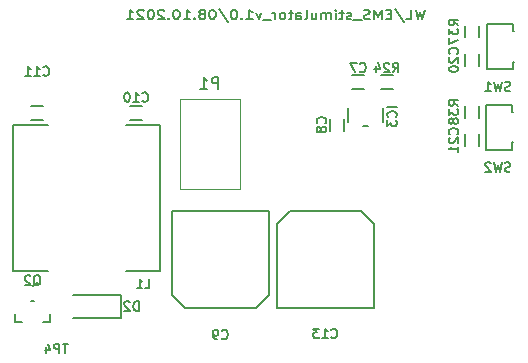
<source format=gbo>
G04 #@! TF.GenerationSoftware,KiCad,Pcbnew,(5.1.8)-1*
G04 #@! TF.CreationDate,2021-10-08T14:04:12+02:00*
G04 #@! TF.ProjectId,EMS_stimulator,454d535f-7374-4696-9d75-6c61746f722e,rev?*
G04 #@! TF.SameCoordinates,PX57bcf00PY4755b80*
G04 #@! TF.FileFunction,Legend,Bot*
G04 #@! TF.FilePolarity,Positive*
%FSLAX46Y46*%
G04 Gerber Fmt 4.6, Leading zero omitted, Abs format (unit mm)*
G04 Created by KiCad (PCBNEW (5.1.8)-1) date 2021-10-08 14:04:12*
%MOMM*%
%LPD*%
G01*
G04 APERTURE LIST*
%ADD10C,0.152400*%
%ADD11C,0.120000*%
%ADD12C,0.150000*%
G04 APERTURE END LIST*
D10*
X35027428Y-654895D02*
X34809714Y-1467695D01*
X34635542Y-887123D01*
X34461371Y-1467695D01*
X34243657Y-654895D01*
X33459885Y-1467695D02*
X33895314Y-1467695D01*
X33895314Y-654895D01*
X32501942Y-616190D02*
X33285714Y-1661219D01*
X32197142Y-1041942D02*
X31892342Y-1041942D01*
X31761714Y-1467695D02*
X32197142Y-1467695D01*
X32197142Y-654895D01*
X31761714Y-654895D01*
X31369828Y-1467695D02*
X31369828Y-654895D01*
X31065028Y-1235466D01*
X30760228Y-654895D01*
X30760228Y-1467695D01*
X30368342Y-1428990D02*
X30237714Y-1467695D01*
X30020000Y-1467695D01*
X29932914Y-1428990D01*
X29889371Y-1390285D01*
X29845828Y-1312876D01*
X29845828Y-1235466D01*
X29889371Y-1158057D01*
X29932914Y-1119352D01*
X30020000Y-1080647D01*
X30194171Y-1041942D01*
X30281257Y-1003238D01*
X30324800Y-964533D01*
X30368342Y-887123D01*
X30368342Y-809714D01*
X30324800Y-732304D01*
X30281257Y-693600D01*
X30194171Y-654895D01*
X29976457Y-654895D01*
X29845828Y-693600D01*
X29671657Y-1545104D02*
X28974971Y-1545104D01*
X28800800Y-1428990D02*
X28713714Y-1467695D01*
X28539542Y-1467695D01*
X28452457Y-1428990D01*
X28408914Y-1351580D01*
X28408914Y-1312876D01*
X28452457Y-1235466D01*
X28539542Y-1196761D01*
X28670171Y-1196761D01*
X28757257Y-1158057D01*
X28800800Y-1080647D01*
X28800800Y-1041942D01*
X28757257Y-964533D01*
X28670171Y-925828D01*
X28539542Y-925828D01*
X28452457Y-964533D01*
X28147657Y-925828D02*
X27799314Y-925828D01*
X28017028Y-654895D02*
X28017028Y-1351580D01*
X27973485Y-1428990D01*
X27886400Y-1467695D01*
X27799314Y-1467695D01*
X27494514Y-1467695D02*
X27494514Y-925828D01*
X27494514Y-654895D02*
X27538057Y-693600D01*
X27494514Y-732304D01*
X27450971Y-693600D01*
X27494514Y-654895D01*
X27494514Y-732304D01*
X27059085Y-1467695D02*
X27059085Y-925828D01*
X27059085Y-1003238D02*
X27015542Y-964533D01*
X26928457Y-925828D01*
X26797828Y-925828D01*
X26710742Y-964533D01*
X26667200Y-1041942D01*
X26667200Y-1467695D01*
X26667200Y-1041942D02*
X26623657Y-964533D01*
X26536571Y-925828D01*
X26405942Y-925828D01*
X26318857Y-964533D01*
X26275314Y-1041942D01*
X26275314Y-1467695D01*
X25448000Y-925828D02*
X25448000Y-1467695D01*
X25839885Y-925828D02*
X25839885Y-1351580D01*
X25796342Y-1428990D01*
X25709257Y-1467695D01*
X25578628Y-1467695D01*
X25491542Y-1428990D01*
X25448000Y-1390285D01*
X24881942Y-1467695D02*
X24969028Y-1428990D01*
X25012571Y-1351580D01*
X25012571Y-654895D01*
X24141714Y-1467695D02*
X24141714Y-1041942D01*
X24185257Y-964533D01*
X24272342Y-925828D01*
X24446514Y-925828D01*
X24533600Y-964533D01*
X24141714Y-1428990D02*
X24228800Y-1467695D01*
X24446514Y-1467695D01*
X24533600Y-1428990D01*
X24577142Y-1351580D01*
X24577142Y-1274171D01*
X24533600Y-1196761D01*
X24446514Y-1158057D01*
X24228800Y-1158057D01*
X24141714Y-1119352D01*
X23836914Y-925828D02*
X23488571Y-925828D01*
X23706285Y-654895D02*
X23706285Y-1351580D01*
X23662742Y-1428990D01*
X23575657Y-1467695D01*
X23488571Y-1467695D01*
X23053142Y-1467695D02*
X23140228Y-1428990D01*
X23183771Y-1390285D01*
X23227314Y-1312876D01*
X23227314Y-1080647D01*
X23183771Y-1003238D01*
X23140228Y-964533D01*
X23053142Y-925828D01*
X22922514Y-925828D01*
X22835428Y-964533D01*
X22791885Y-1003238D01*
X22748342Y-1080647D01*
X22748342Y-1312876D01*
X22791885Y-1390285D01*
X22835428Y-1428990D01*
X22922514Y-1467695D01*
X23053142Y-1467695D01*
X22356457Y-1467695D02*
X22356457Y-925828D01*
X22356457Y-1080647D02*
X22312914Y-1003238D01*
X22269371Y-964533D01*
X22182285Y-925828D01*
X22095200Y-925828D01*
X22008114Y-1545104D02*
X21311428Y-1545104D01*
X21180800Y-925828D02*
X20963085Y-1467695D01*
X20745371Y-925828D01*
X19918057Y-1467695D02*
X20440571Y-1467695D01*
X20179314Y-1467695D02*
X20179314Y-654895D01*
X20266400Y-771009D01*
X20353485Y-848419D01*
X20440571Y-887123D01*
X19526171Y-1390285D02*
X19482628Y-1428990D01*
X19526171Y-1467695D01*
X19569714Y-1428990D01*
X19526171Y-1390285D01*
X19526171Y-1467695D01*
X18916571Y-654895D02*
X18829485Y-654895D01*
X18742400Y-693600D01*
X18698857Y-732304D01*
X18655314Y-809714D01*
X18611771Y-964533D01*
X18611771Y-1158057D01*
X18655314Y-1312876D01*
X18698857Y-1390285D01*
X18742400Y-1428990D01*
X18829485Y-1467695D01*
X18916571Y-1467695D01*
X19003657Y-1428990D01*
X19047200Y-1390285D01*
X19090742Y-1312876D01*
X19134285Y-1158057D01*
X19134285Y-964533D01*
X19090742Y-809714D01*
X19047200Y-732304D01*
X19003657Y-693600D01*
X18916571Y-654895D01*
X17566742Y-616190D02*
X18350514Y-1661219D01*
X17087771Y-654895D02*
X17000685Y-654895D01*
X16913600Y-693600D01*
X16870057Y-732304D01*
X16826514Y-809714D01*
X16782971Y-964533D01*
X16782971Y-1158057D01*
X16826514Y-1312876D01*
X16870057Y-1390285D01*
X16913600Y-1428990D01*
X17000685Y-1467695D01*
X17087771Y-1467695D01*
X17174857Y-1428990D01*
X17218400Y-1390285D01*
X17261942Y-1312876D01*
X17305485Y-1158057D01*
X17305485Y-964533D01*
X17261942Y-809714D01*
X17218400Y-732304D01*
X17174857Y-693600D01*
X17087771Y-654895D01*
X16260457Y-1003238D02*
X16347542Y-964533D01*
X16391085Y-925828D01*
X16434628Y-848419D01*
X16434628Y-809714D01*
X16391085Y-732304D01*
X16347542Y-693600D01*
X16260457Y-654895D01*
X16086285Y-654895D01*
X15999200Y-693600D01*
X15955657Y-732304D01*
X15912114Y-809714D01*
X15912114Y-848419D01*
X15955657Y-925828D01*
X15999200Y-964533D01*
X16086285Y-1003238D01*
X16260457Y-1003238D01*
X16347542Y-1041942D01*
X16391085Y-1080647D01*
X16434628Y-1158057D01*
X16434628Y-1312876D01*
X16391085Y-1390285D01*
X16347542Y-1428990D01*
X16260457Y-1467695D01*
X16086285Y-1467695D01*
X15999200Y-1428990D01*
X15955657Y-1390285D01*
X15912114Y-1312876D01*
X15912114Y-1158057D01*
X15955657Y-1080647D01*
X15999200Y-1041942D01*
X16086285Y-1003238D01*
X15520228Y-1390285D02*
X15476685Y-1428990D01*
X15520228Y-1467695D01*
X15563771Y-1428990D01*
X15520228Y-1390285D01*
X15520228Y-1467695D01*
X14605828Y-1467695D02*
X15128342Y-1467695D01*
X14867085Y-1467695D02*
X14867085Y-654895D01*
X14954171Y-771009D01*
X15041257Y-848419D01*
X15128342Y-887123D01*
X14039771Y-654895D02*
X13952685Y-654895D01*
X13865600Y-693600D01*
X13822057Y-732304D01*
X13778514Y-809714D01*
X13734971Y-964533D01*
X13734971Y-1158057D01*
X13778514Y-1312876D01*
X13822057Y-1390285D01*
X13865600Y-1428990D01*
X13952685Y-1467695D01*
X14039771Y-1467695D01*
X14126857Y-1428990D01*
X14170400Y-1390285D01*
X14213942Y-1312876D01*
X14257485Y-1158057D01*
X14257485Y-964533D01*
X14213942Y-809714D01*
X14170400Y-732304D01*
X14126857Y-693600D01*
X14039771Y-654895D01*
X13343085Y-1390285D02*
X13299542Y-1428990D01*
X13343085Y-1467695D01*
X13386628Y-1428990D01*
X13343085Y-1390285D01*
X13343085Y-1467695D01*
X12951200Y-732304D02*
X12907657Y-693600D01*
X12820571Y-654895D01*
X12602857Y-654895D01*
X12515771Y-693600D01*
X12472228Y-732304D01*
X12428685Y-809714D01*
X12428685Y-887123D01*
X12472228Y-1003238D01*
X12994742Y-1467695D01*
X12428685Y-1467695D01*
X11862628Y-654895D02*
X11775542Y-654895D01*
X11688457Y-693600D01*
X11644914Y-732304D01*
X11601371Y-809714D01*
X11557828Y-964533D01*
X11557828Y-1158057D01*
X11601371Y-1312876D01*
X11644914Y-1390285D01*
X11688457Y-1428990D01*
X11775542Y-1467695D01*
X11862628Y-1467695D01*
X11949714Y-1428990D01*
X11993257Y-1390285D01*
X12036800Y-1312876D01*
X12080342Y-1158057D01*
X12080342Y-964533D01*
X12036800Y-809714D01*
X11993257Y-732304D01*
X11949714Y-693600D01*
X11862628Y-654895D01*
X11209485Y-732304D02*
X11165942Y-693600D01*
X11078857Y-654895D01*
X10861142Y-654895D01*
X10774057Y-693600D01*
X10730514Y-732304D01*
X10686971Y-809714D01*
X10686971Y-887123D01*
X10730514Y-1003238D01*
X11253028Y-1467695D01*
X10686971Y-1467695D01*
X9816114Y-1467695D02*
X10338628Y-1467695D01*
X10077371Y-1467695D02*
X10077371Y-654895D01*
X10164457Y-771009D01*
X10251542Y-848419D01*
X10338628Y-887123D01*
X28900000Y-6200000D02*
X29900000Y-6200000D01*
X28900000Y-7400000D02*
X29900000Y-7400000D01*
X28200000Y-10900000D02*
X28200000Y-9900000D01*
X27000000Y-10900000D02*
X27000000Y-9900000D01*
X13600000Y-24800000D02*
X14700000Y-25900000D01*
X14700000Y-25900000D02*
X20700000Y-25900000D01*
X20700000Y-25900000D02*
X21800000Y-24800000D01*
X21800000Y-24800000D02*
X21800000Y-17700000D01*
X21800000Y-17700000D02*
X13600000Y-17700000D01*
X13600000Y-17700000D02*
X13600000Y-24800000D01*
X10100000Y-8800000D02*
X11100000Y-8800000D01*
X10100000Y-10000000D02*
X11100000Y-10000000D01*
X2700000Y-8800000D02*
X1700000Y-8800000D01*
X2700000Y-10000000D02*
X1700000Y-10000000D01*
X30700000Y-25900000D02*
X30700000Y-18800000D01*
X22500000Y-25900000D02*
X30700000Y-25900000D01*
X22500000Y-18800000D02*
X22500000Y-25900000D01*
X23600000Y-17700000D02*
X22500000Y-18800000D01*
X29600000Y-17700000D02*
X23600000Y-17700000D01*
X30700000Y-18800000D02*
X29600000Y-17700000D01*
X9300000Y-26800000D02*
X5200000Y-26800000D01*
X9300000Y-24800000D02*
X9300000Y-26800000D01*
X5200000Y-24800000D02*
X9300000Y-24800000D01*
X29800000Y-10500000D02*
X30200000Y-10500000D01*
X28500000Y-10200000D02*
X28500000Y-9000000D01*
X31500000Y-10200000D02*
X31500000Y-9000000D01*
X200000Y-22780000D02*
X3100000Y-22780000D01*
X200000Y-10380000D02*
X200000Y-22780000D01*
X3100000Y-10380000D02*
X200000Y-10380000D01*
X12600000Y-10380000D02*
X9700000Y-10380000D01*
X12600000Y-22780000D02*
X12600000Y-10380000D01*
X9700000Y-22780000D02*
X12600000Y-22780000D01*
D11*
X19340000Y-8190000D02*
X19340000Y-15810000D01*
X19340000Y-15810000D02*
X14260000Y-15810000D01*
X14260000Y-15810000D02*
X14260000Y-8190000D01*
X14260000Y-8190000D02*
X19340000Y-8190000D01*
D10*
X2700000Y-27100000D02*
X3300000Y-27100000D01*
X3300000Y-27100000D02*
X3300000Y-26400000D01*
X900000Y-27100000D02*
X300000Y-27100000D01*
X300000Y-27100000D02*
X300000Y-26400000D01*
X1700000Y-25300000D02*
X1900000Y-25300000D01*
X31300000Y-7400000D02*
X32300000Y-7400000D01*
X31300000Y-6200000D02*
X32300000Y-6200000D01*
X39600000Y-5400000D02*
X39600000Y-4400000D01*
X38400000Y-5400000D02*
X38400000Y-4400000D01*
X38400000Y-12200000D02*
X38400000Y-11200000D01*
X39600000Y-12200000D02*
X39600000Y-11200000D01*
X39600000Y-3000000D02*
X39600000Y-2000000D01*
X38400000Y-3000000D02*
X38400000Y-2000000D01*
X38400000Y-9800000D02*
X38400000Y-8800000D01*
X39600000Y-9800000D02*
X39600000Y-8800000D01*
X40300000Y-5700000D02*
X40300000Y-1900000D01*
X42500000Y-5700000D02*
X40300000Y-5700000D01*
X42500000Y-5100000D02*
X42500000Y-5700000D01*
X42600000Y-5100000D02*
X42500000Y-5100000D01*
X42500000Y-2500000D02*
X42600000Y-2500000D01*
X42500000Y-1900000D02*
X42500000Y-2500000D01*
X40300000Y-1900000D02*
X42500000Y-1900000D01*
X40200000Y-8700000D02*
X42400000Y-8700000D01*
X42400000Y-8700000D02*
X42400000Y-9300000D01*
X42400000Y-9300000D02*
X42500000Y-9300000D01*
X42500000Y-11900000D02*
X42400000Y-11900000D01*
X42400000Y-11900000D02*
X42400000Y-12500000D01*
X42400000Y-12500000D02*
X40200000Y-12500000D01*
X40200000Y-12500000D02*
X40200000Y-8700000D01*
X29533333Y-5885714D02*
X29571428Y-5923809D01*
X29685714Y-5961904D01*
X29761904Y-5961904D01*
X29876190Y-5923809D01*
X29952380Y-5847619D01*
X29990476Y-5771428D01*
X30028571Y-5619047D01*
X30028571Y-5504761D01*
X29990476Y-5352380D01*
X29952380Y-5276190D01*
X29876190Y-5200000D01*
X29761904Y-5161904D01*
X29685714Y-5161904D01*
X29571428Y-5200000D01*
X29533333Y-5238095D01*
X29266666Y-5161904D02*
X28733333Y-5161904D01*
X29076190Y-5961904D01*
X26585714Y-10266666D02*
X26623809Y-10228571D01*
X26661904Y-10114285D01*
X26661904Y-10038095D01*
X26623809Y-9923809D01*
X26547619Y-9847619D01*
X26471428Y-9809523D01*
X26319047Y-9771428D01*
X26204761Y-9771428D01*
X26052380Y-9809523D01*
X25976190Y-9847619D01*
X25900000Y-9923809D01*
X25861904Y-10038095D01*
X25861904Y-10114285D01*
X25900000Y-10228571D01*
X25938095Y-10266666D01*
X26204761Y-10723809D02*
X26166666Y-10647619D01*
X26128571Y-10609523D01*
X26052380Y-10571428D01*
X26014285Y-10571428D01*
X25938095Y-10609523D01*
X25900000Y-10647619D01*
X25861904Y-10723809D01*
X25861904Y-10876190D01*
X25900000Y-10952380D01*
X25938095Y-10990476D01*
X26014285Y-11028571D01*
X26052380Y-11028571D01*
X26128571Y-10990476D01*
X26166666Y-10952380D01*
X26204761Y-10876190D01*
X26204761Y-10723809D01*
X26242857Y-10647619D01*
X26280952Y-10609523D01*
X26357142Y-10571428D01*
X26509523Y-10571428D01*
X26585714Y-10609523D01*
X26623809Y-10647619D01*
X26661904Y-10723809D01*
X26661904Y-10876190D01*
X26623809Y-10952380D01*
X26585714Y-10990476D01*
X26509523Y-11028571D01*
X26357142Y-11028571D01*
X26280952Y-10990476D01*
X26242857Y-10952380D01*
X26204761Y-10876190D01*
X17833333Y-28485714D02*
X17871428Y-28523809D01*
X17985714Y-28561904D01*
X18061904Y-28561904D01*
X18176190Y-28523809D01*
X18252380Y-28447619D01*
X18290476Y-28371428D01*
X18328571Y-28219047D01*
X18328571Y-28104761D01*
X18290476Y-27952380D01*
X18252380Y-27876190D01*
X18176190Y-27800000D01*
X18061904Y-27761904D01*
X17985714Y-27761904D01*
X17871428Y-27800000D01*
X17833333Y-27838095D01*
X17452380Y-28561904D02*
X17300000Y-28561904D01*
X17223809Y-28523809D01*
X17185714Y-28485714D01*
X17109523Y-28371428D01*
X17071428Y-28219047D01*
X17071428Y-27914285D01*
X17109523Y-27838095D01*
X17147619Y-27800000D01*
X17223809Y-27761904D01*
X17376190Y-27761904D01*
X17452380Y-27800000D01*
X17490476Y-27838095D01*
X17528571Y-27914285D01*
X17528571Y-28104761D01*
X17490476Y-28180952D01*
X17452380Y-28219047D01*
X17376190Y-28257142D01*
X17223809Y-28257142D01*
X17147619Y-28219047D01*
X17109523Y-28180952D01*
X17071428Y-28104761D01*
X11114285Y-8385714D02*
X11152380Y-8423809D01*
X11266666Y-8461904D01*
X11342857Y-8461904D01*
X11457142Y-8423809D01*
X11533333Y-8347619D01*
X11571428Y-8271428D01*
X11609523Y-8119047D01*
X11609523Y-8004761D01*
X11571428Y-7852380D01*
X11533333Y-7776190D01*
X11457142Y-7700000D01*
X11342857Y-7661904D01*
X11266666Y-7661904D01*
X11152380Y-7700000D01*
X11114285Y-7738095D01*
X10352380Y-8461904D02*
X10809523Y-8461904D01*
X10580952Y-8461904D02*
X10580952Y-7661904D01*
X10657142Y-7776190D01*
X10733333Y-7852380D01*
X10809523Y-7890476D01*
X9857142Y-7661904D02*
X9780952Y-7661904D01*
X9704761Y-7700000D01*
X9666666Y-7738095D01*
X9628571Y-7814285D01*
X9590476Y-7966666D01*
X9590476Y-8157142D01*
X9628571Y-8309523D01*
X9666666Y-8385714D01*
X9704761Y-8423809D01*
X9780952Y-8461904D01*
X9857142Y-8461904D01*
X9933333Y-8423809D01*
X9971428Y-8385714D01*
X10009523Y-8309523D01*
X10047619Y-8157142D01*
X10047619Y-7966666D01*
X10009523Y-7814285D01*
X9971428Y-7738095D01*
X9933333Y-7700000D01*
X9857142Y-7661904D01*
X2714285Y-6185714D02*
X2752380Y-6223809D01*
X2866666Y-6261904D01*
X2942857Y-6261904D01*
X3057142Y-6223809D01*
X3133333Y-6147619D01*
X3171428Y-6071428D01*
X3209523Y-5919047D01*
X3209523Y-5804761D01*
X3171428Y-5652380D01*
X3133333Y-5576190D01*
X3057142Y-5500000D01*
X2942857Y-5461904D01*
X2866666Y-5461904D01*
X2752380Y-5500000D01*
X2714285Y-5538095D01*
X1952380Y-6261904D02*
X2409523Y-6261904D01*
X2180952Y-6261904D02*
X2180952Y-5461904D01*
X2257142Y-5576190D01*
X2333333Y-5652380D01*
X2409523Y-5690476D01*
X1190476Y-6261904D02*
X1647619Y-6261904D01*
X1419047Y-6261904D02*
X1419047Y-5461904D01*
X1495238Y-5576190D01*
X1571428Y-5652380D01*
X1647619Y-5690476D01*
X27114285Y-28385714D02*
X27152380Y-28423809D01*
X27266666Y-28461904D01*
X27342857Y-28461904D01*
X27457142Y-28423809D01*
X27533333Y-28347619D01*
X27571428Y-28271428D01*
X27609523Y-28119047D01*
X27609523Y-28004761D01*
X27571428Y-27852380D01*
X27533333Y-27776190D01*
X27457142Y-27700000D01*
X27342857Y-27661904D01*
X27266666Y-27661904D01*
X27152380Y-27700000D01*
X27114285Y-27738095D01*
X26352380Y-28461904D02*
X26809523Y-28461904D01*
X26580952Y-28461904D02*
X26580952Y-27661904D01*
X26657142Y-27776190D01*
X26733333Y-27852380D01*
X26809523Y-27890476D01*
X26085714Y-27661904D02*
X25590476Y-27661904D01*
X25857142Y-27966666D01*
X25742857Y-27966666D01*
X25666666Y-28004761D01*
X25628571Y-28042857D01*
X25590476Y-28119047D01*
X25590476Y-28309523D01*
X25628571Y-28385714D01*
X25666666Y-28423809D01*
X25742857Y-28461904D01*
X25971428Y-28461904D01*
X26047619Y-28423809D01*
X26085714Y-28385714D01*
X10790476Y-26161904D02*
X10790476Y-25361904D01*
X10600000Y-25361904D01*
X10485714Y-25400000D01*
X10409523Y-25476190D01*
X10371428Y-25552380D01*
X10333333Y-25704761D01*
X10333333Y-25819047D01*
X10371428Y-25971428D01*
X10409523Y-26047619D01*
X10485714Y-26123809D01*
X10600000Y-26161904D01*
X10790476Y-26161904D01*
X10028571Y-25438095D02*
X9990476Y-25400000D01*
X9914285Y-25361904D01*
X9723809Y-25361904D01*
X9647619Y-25400000D01*
X9609523Y-25438095D01*
X9571428Y-25514285D01*
X9571428Y-25590476D01*
X9609523Y-25704761D01*
X10066666Y-26161904D01*
X9571428Y-26161904D01*
X32661904Y-8919047D02*
X31861904Y-8919047D01*
X32585714Y-9757142D02*
X32623809Y-9719047D01*
X32661904Y-9604761D01*
X32661904Y-9528571D01*
X32623809Y-9414285D01*
X32547619Y-9338095D01*
X32471428Y-9300000D01*
X32319047Y-9261904D01*
X32204761Y-9261904D01*
X32052380Y-9300000D01*
X31976190Y-9338095D01*
X31900000Y-9414285D01*
X31861904Y-9528571D01*
X31861904Y-9604761D01*
X31900000Y-9719047D01*
X31938095Y-9757142D01*
X31861904Y-10023809D02*
X31861904Y-10519047D01*
X32166666Y-10252380D01*
X32166666Y-10366666D01*
X32204761Y-10442857D01*
X32242857Y-10480952D01*
X32319047Y-10519047D01*
X32509523Y-10519047D01*
X32585714Y-10480952D01*
X32623809Y-10442857D01*
X32661904Y-10366666D01*
X32661904Y-10138095D01*
X32623809Y-10061904D01*
X32585714Y-10023809D01*
X11333333Y-24261904D02*
X11714285Y-24261904D01*
X11714285Y-23461904D01*
X10647619Y-24261904D02*
X11104761Y-24261904D01*
X10876190Y-24261904D02*
X10876190Y-23461904D01*
X10952380Y-23576190D01*
X11028571Y-23652380D01*
X11104761Y-23690476D01*
D12*
X17538095Y-7372380D02*
X17538095Y-6372380D01*
X17157142Y-6372380D01*
X17061904Y-6420000D01*
X17014285Y-6467619D01*
X16966666Y-6562857D01*
X16966666Y-6705714D01*
X17014285Y-6800952D01*
X17061904Y-6848571D01*
X17157142Y-6896190D01*
X17538095Y-6896190D01*
X16014285Y-7372380D02*
X16585714Y-7372380D01*
X16300000Y-7372380D02*
X16300000Y-6372380D01*
X16395238Y-6515238D01*
X16490476Y-6610476D01*
X16585714Y-6658095D01*
D10*
X1876190Y-24038095D02*
X1952380Y-24000000D01*
X2028571Y-23923809D01*
X2142857Y-23809523D01*
X2219047Y-23771428D01*
X2295238Y-23771428D01*
X2257142Y-23961904D02*
X2333333Y-23923809D01*
X2409523Y-23847619D01*
X2447619Y-23695238D01*
X2447619Y-23428571D01*
X2409523Y-23276190D01*
X2333333Y-23200000D01*
X2257142Y-23161904D01*
X2104761Y-23161904D01*
X2028571Y-23200000D01*
X1952380Y-23276190D01*
X1914285Y-23428571D01*
X1914285Y-23695238D01*
X1952380Y-23847619D01*
X2028571Y-23923809D01*
X2104761Y-23961904D01*
X2257142Y-23961904D01*
X1609523Y-23238095D02*
X1571428Y-23200000D01*
X1495238Y-23161904D01*
X1304761Y-23161904D01*
X1228571Y-23200000D01*
X1190476Y-23238095D01*
X1152380Y-23314285D01*
X1152380Y-23390476D01*
X1190476Y-23504761D01*
X1647619Y-23961904D01*
X1152380Y-23961904D01*
D12*
X32314285Y-5961904D02*
X32580952Y-5580952D01*
X32771428Y-5961904D02*
X32771428Y-5161904D01*
X32466666Y-5161904D01*
X32390476Y-5200000D01*
X32352380Y-5238095D01*
X32314285Y-5314285D01*
X32314285Y-5428571D01*
X32352380Y-5504761D01*
X32390476Y-5542857D01*
X32466666Y-5580952D01*
X32771428Y-5580952D01*
X32009523Y-5238095D02*
X31971428Y-5200000D01*
X31895238Y-5161904D01*
X31704761Y-5161904D01*
X31628571Y-5200000D01*
X31590476Y-5238095D01*
X31552380Y-5314285D01*
X31552380Y-5390476D01*
X31590476Y-5504761D01*
X32047619Y-5961904D01*
X31552380Y-5961904D01*
X30866666Y-5428571D02*
X30866666Y-5961904D01*
X31057142Y-5123809D02*
X31247619Y-5695238D01*
X30752380Y-5695238D01*
D10*
X4809523Y-28961904D02*
X4352380Y-28961904D01*
X4580952Y-29761904D02*
X4580952Y-28961904D01*
X4085714Y-29761904D02*
X4085714Y-28961904D01*
X3780952Y-28961904D01*
X3704761Y-29000000D01*
X3666666Y-29038095D01*
X3628571Y-29114285D01*
X3628571Y-29228571D01*
X3666666Y-29304761D01*
X3704761Y-29342857D01*
X3780952Y-29380952D01*
X4085714Y-29380952D01*
X2942857Y-29228571D02*
X2942857Y-29761904D01*
X3133333Y-28923809D02*
X3323809Y-29495238D01*
X2828571Y-29495238D01*
X37785714Y-4385714D02*
X37823809Y-4347619D01*
X37861904Y-4233333D01*
X37861904Y-4157142D01*
X37823809Y-4042857D01*
X37747619Y-3966666D01*
X37671428Y-3928571D01*
X37519047Y-3890476D01*
X37404761Y-3890476D01*
X37252380Y-3928571D01*
X37176190Y-3966666D01*
X37100000Y-4042857D01*
X37061904Y-4157142D01*
X37061904Y-4233333D01*
X37100000Y-4347619D01*
X37138095Y-4385714D01*
X37138095Y-4690476D02*
X37100000Y-4728571D01*
X37061904Y-4804761D01*
X37061904Y-4995238D01*
X37100000Y-5071428D01*
X37138095Y-5109523D01*
X37214285Y-5147619D01*
X37290476Y-5147619D01*
X37404761Y-5109523D01*
X37861904Y-4652380D01*
X37861904Y-5147619D01*
X37061904Y-5642857D02*
X37061904Y-5719047D01*
X37100000Y-5795238D01*
X37138095Y-5833333D01*
X37214285Y-5871428D01*
X37366666Y-5909523D01*
X37557142Y-5909523D01*
X37709523Y-5871428D01*
X37785714Y-5833333D01*
X37823809Y-5795238D01*
X37861904Y-5719047D01*
X37861904Y-5642857D01*
X37823809Y-5566666D01*
X37785714Y-5528571D01*
X37709523Y-5490476D01*
X37557142Y-5452380D01*
X37366666Y-5452380D01*
X37214285Y-5490476D01*
X37138095Y-5528571D01*
X37100000Y-5566666D01*
X37061904Y-5642857D01*
X37785714Y-11185714D02*
X37823809Y-11147619D01*
X37861904Y-11033333D01*
X37861904Y-10957142D01*
X37823809Y-10842857D01*
X37747619Y-10766666D01*
X37671428Y-10728571D01*
X37519047Y-10690476D01*
X37404761Y-10690476D01*
X37252380Y-10728571D01*
X37176190Y-10766666D01*
X37100000Y-10842857D01*
X37061904Y-10957142D01*
X37061904Y-11033333D01*
X37100000Y-11147619D01*
X37138095Y-11185714D01*
X37138095Y-11490476D02*
X37100000Y-11528571D01*
X37061904Y-11604761D01*
X37061904Y-11795238D01*
X37100000Y-11871428D01*
X37138095Y-11909523D01*
X37214285Y-11947619D01*
X37290476Y-11947619D01*
X37404761Y-11909523D01*
X37861904Y-11452380D01*
X37861904Y-11947619D01*
X37861904Y-12709523D02*
X37861904Y-12252380D01*
X37861904Y-12480952D02*
X37061904Y-12480952D01*
X37176190Y-12404761D01*
X37252380Y-12328571D01*
X37290476Y-12252380D01*
D12*
X37861904Y-1985714D02*
X37480952Y-1719047D01*
X37861904Y-1528571D02*
X37061904Y-1528571D01*
X37061904Y-1833333D01*
X37100000Y-1909523D01*
X37138095Y-1947619D01*
X37214285Y-1985714D01*
X37328571Y-1985714D01*
X37404761Y-1947619D01*
X37442857Y-1909523D01*
X37480952Y-1833333D01*
X37480952Y-1528571D01*
X37061904Y-2252380D02*
X37061904Y-2747619D01*
X37366666Y-2480952D01*
X37366666Y-2595238D01*
X37404761Y-2671428D01*
X37442857Y-2709523D01*
X37519047Y-2747619D01*
X37709523Y-2747619D01*
X37785714Y-2709523D01*
X37823809Y-2671428D01*
X37861904Y-2595238D01*
X37861904Y-2366666D01*
X37823809Y-2290476D01*
X37785714Y-2252380D01*
X37061904Y-3014285D02*
X37061904Y-3547619D01*
X37861904Y-3204761D01*
X37861904Y-8785714D02*
X37480952Y-8519047D01*
X37861904Y-8328571D02*
X37061904Y-8328571D01*
X37061904Y-8633333D01*
X37100000Y-8709523D01*
X37138095Y-8747619D01*
X37214285Y-8785714D01*
X37328571Y-8785714D01*
X37404761Y-8747619D01*
X37442857Y-8709523D01*
X37480952Y-8633333D01*
X37480952Y-8328571D01*
X37061904Y-9052380D02*
X37061904Y-9547619D01*
X37366666Y-9280952D01*
X37366666Y-9395238D01*
X37404761Y-9471428D01*
X37442857Y-9509523D01*
X37519047Y-9547619D01*
X37709523Y-9547619D01*
X37785714Y-9509523D01*
X37823809Y-9471428D01*
X37861904Y-9395238D01*
X37861904Y-9166666D01*
X37823809Y-9090476D01*
X37785714Y-9052380D01*
X37404761Y-10004761D02*
X37366666Y-9928571D01*
X37328571Y-9890476D01*
X37252380Y-9852380D01*
X37214285Y-9852380D01*
X37138095Y-9890476D01*
X37100000Y-9928571D01*
X37061904Y-10004761D01*
X37061904Y-10157142D01*
X37100000Y-10233333D01*
X37138095Y-10271428D01*
X37214285Y-10309523D01*
X37252380Y-10309523D01*
X37328571Y-10271428D01*
X37366666Y-10233333D01*
X37404761Y-10157142D01*
X37404761Y-10004761D01*
X37442857Y-9928571D01*
X37480952Y-9890476D01*
X37557142Y-9852380D01*
X37709523Y-9852380D01*
X37785714Y-9890476D01*
X37823809Y-9928571D01*
X37861904Y-10004761D01*
X37861904Y-10157142D01*
X37823809Y-10233333D01*
X37785714Y-10271428D01*
X37709523Y-10309523D01*
X37557142Y-10309523D01*
X37480952Y-10271428D01*
X37442857Y-10233333D01*
X37404761Y-10157142D01*
D10*
X42266666Y-7523809D02*
X42152380Y-7561904D01*
X41961904Y-7561904D01*
X41885714Y-7523809D01*
X41847619Y-7485714D01*
X41809523Y-7409523D01*
X41809523Y-7333333D01*
X41847619Y-7257142D01*
X41885714Y-7219047D01*
X41961904Y-7180952D01*
X42114285Y-7142857D01*
X42190476Y-7104761D01*
X42228571Y-7066666D01*
X42266666Y-6990476D01*
X42266666Y-6914285D01*
X42228571Y-6838095D01*
X42190476Y-6800000D01*
X42114285Y-6761904D01*
X41923809Y-6761904D01*
X41809523Y-6800000D01*
X41542857Y-6761904D02*
X41352380Y-7561904D01*
X41200000Y-6990476D01*
X41047619Y-7561904D01*
X40857142Y-6761904D01*
X40133333Y-7561904D02*
X40590476Y-7561904D01*
X40361904Y-7561904D02*
X40361904Y-6761904D01*
X40438095Y-6876190D01*
X40514285Y-6952380D01*
X40590476Y-6990476D01*
X42266666Y-14323809D02*
X42152380Y-14361904D01*
X41961904Y-14361904D01*
X41885714Y-14323809D01*
X41847619Y-14285714D01*
X41809523Y-14209523D01*
X41809523Y-14133333D01*
X41847619Y-14057142D01*
X41885714Y-14019047D01*
X41961904Y-13980952D01*
X42114285Y-13942857D01*
X42190476Y-13904761D01*
X42228571Y-13866666D01*
X42266666Y-13790476D01*
X42266666Y-13714285D01*
X42228571Y-13638095D01*
X42190476Y-13600000D01*
X42114285Y-13561904D01*
X41923809Y-13561904D01*
X41809523Y-13600000D01*
X41542857Y-13561904D02*
X41352380Y-14361904D01*
X41200000Y-13790476D01*
X41047619Y-14361904D01*
X40857142Y-13561904D01*
X40590476Y-13638095D02*
X40552380Y-13600000D01*
X40476190Y-13561904D01*
X40285714Y-13561904D01*
X40209523Y-13600000D01*
X40171428Y-13638095D01*
X40133333Y-13714285D01*
X40133333Y-13790476D01*
X40171428Y-13904761D01*
X40628571Y-14361904D01*
X40133333Y-14361904D01*
M02*

</source>
